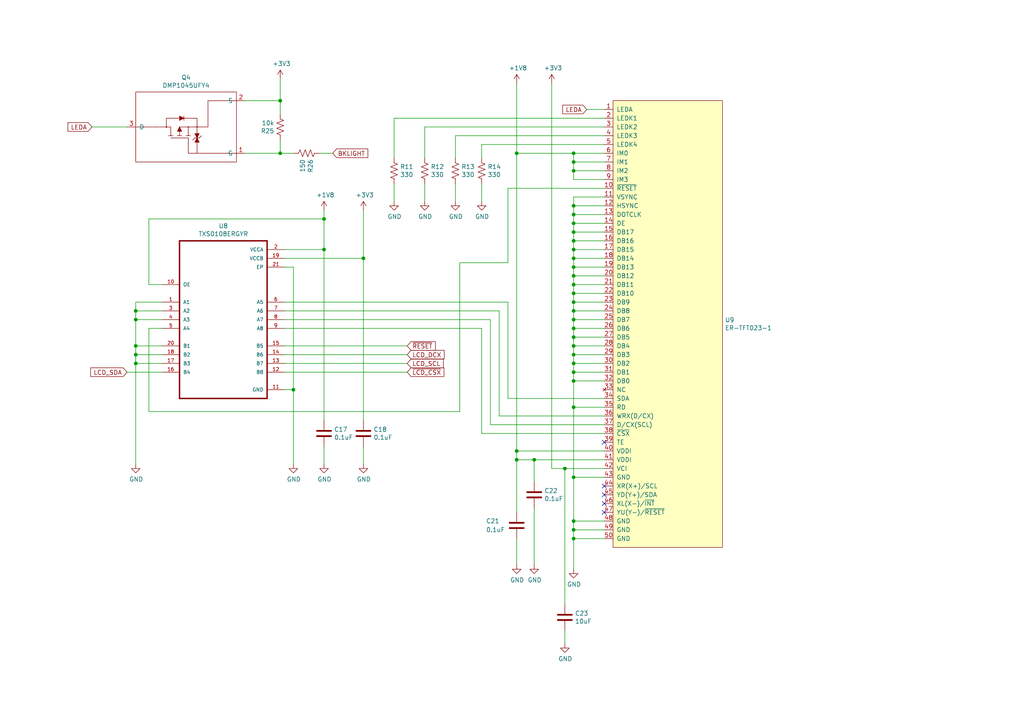
<source format=kicad_sch>
(kicad_sch (version 20231120) (generator "eeschema") (generator_version "8.0")
  (paper "A4")
  (lib_symbols
    (symbol "DMP1045UFY4:DMP1045UFY4" (pin_names (offset 1.016))
      (property "Reference" "Q" (at -12.7 11.43 0))
      (property "Value" "DMP1045UFY4" (at 10.16 -11.43 0))
      (symbol "DMP1045UFY4_0_1"
        (circle (center -3.81 0) (radius 0.127) (fill (type outline)))
        (polyline (pts (xy -6.985 0) (xy -12.7 0)))
        (polyline (pts (xy -6.985 0) (xy -6.985 0)))
        (polyline (pts (xy -3.175 -2.54) (xy -1.905 -2.54)))
        (polyline (pts (xy -0.635 -2.54) (xy 0.635 -2.54)))
        (polyline (pts (xy 1.27 3.175) (xy 1.27 1.905)))
        (polyline (pts (xy 1.905 -2.54) (xy 3.175 -2.54)))
        (polyline (pts (xy 2.54 -2.54) (xy 2.54 0)))
        (polyline (pts (xy 4.445 -3.175) (xy 3.81 -3.81)))
        (polyline (pts (xy 8.255 7.62) (xy 8.255 7.62)))
        (polyline (pts (xy 8.255 7.62) (xy 16.51 7.62)))
        (polyline (pts (xy -2.54 -2.54) (xy -2.54 0) (xy -6.985 0)))
        (polyline (pts (xy 4.445 -3.175) (xy 5.715 -3.175) (xy 6.35 -2.54)))
        (polyline (pts (xy 5.08 0) (xy 8.255 0) (xy 8.255 7.62)))
        (polyline (pts (xy -3.81 0) (xy -3.81 2.54) (xy 5.08 2.54) (xy 5.08 0)))
        (polyline (pts (xy -2.54 -3.175) (xy 2.54 -3.175) (xy 2.54 -7.62) (xy 16.51 -7.62)))
        (polyline (pts (xy 0 -2.54) (xy 0 0) (xy 5.08 0) (xy 5.08 -7.62)))
        (polyline (pts (xy 0 0) (xy -0.635 -1.27) (xy 0.635 -1.27) (xy 0 0)) (fill (type outline)))
        (polyline (pts (xy 0 3.175) (xy 0 1.905) (xy 1.27 2.54) (xy 0 3.175)) (fill (type outline)))
        (polyline (pts (xy 5.08 -3.175) (xy 4.445 -4.445) (xy 5.715 -4.445) (xy 5.08 -3.175)) (fill (type outline)))
        (polyline (pts (xy 5.08 -3.175) (xy 4.445 -1.905) (xy 5.715 -1.905) (xy 5.08 -3.175)) (fill (type outline)))
        (circle (center 2.54 0) (radius 0.1016) (fill (type outline)))
        (circle (center 5.08 0) (radius 0.127) (fill (type outline)))
        (rectangle (start 16.51 10.16) (end -12.7 -10.16))
      )
      (symbol "DMP1045UFY4_1_1"
        (pin bidirectional line (at 19.05 -7.62 180) (length 2.54) (name "G") (number "1"))
        (pin bidirectional line (at 19.05 7.62 180) (length 2.54) (name "S") (number "2"))
        (pin bidirectional line (at -15.24 0 0) (length 2.54) (name "D") (number "3"))
      )
    )
    (symbol "Device:C" (pin_numbers hide) (pin_names (offset 0.254))
      (property "Reference" "C" (at 0.635 2.54 0))
      (property "Value" "C" (at 0.635 -2.54 0))
      (symbol "C_0_1"
        (polyline (pts (xy -2.032 -0.762) (xy 2.032 -0.762)) (stroke (width 0.508)))
        (polyline (pts (xy -2.032 0.762) (xy 2.032 0.762)) (stroke (width 0.508)))
      )
      (symbol "C_1_1"
        (pin passive line (at 0 3.81 270) (length 2.794) (name "~") (number "1"))
        (pin passive line (at 0 -3.81 90) (length 2.794) (name "~") (number "2"))
      )
    )
    (symbol "Device:R_US" (pin_numbers hide) (pin_names (offset 0))
      (property "Reference" "R" (at 2.54 0 90))
      (property "Value" "R_US" (at -2.54 0 90))
      (symbol "R_US_0_1"
        (polyline (pts (xy 0 -2.286) (xy 0 -2.54)))
        (polyline (pts (xy 0 2.286) (xy 0 2.54)))
        (polyline (pts (xy 0 -0.762) (xy 1.016 -1.143) (xy 0 -1.524) (xy -1.016 -1.905) (xy 0 -2.286)))
        (polyline (pts (xy 0 0.762) (xy 1.016 0.381) (xy 0 0) (xy -1.016 -0.381) (xy 0 -0.762)))
        (polyline (pts (xy 0 2.286) (xy 1.016 1.905) (xy 0 1.524) (xy -1.016 1.143) (xy 0 0.762)))
      )
      (symbol "R_US_1_1"
        (pin passive line (at 0 3.81 270) (length 1.27) (name "~") (number "1"))
        (pin passive line (at 0 -3.81 90) (length 1.27) (name "~") (number "2"))
      )
    )
    (symbol "EastRising:ER-TFT023-1" (pin_names (offset 1.016))
      (property "Reference" "U" (at -13.97 63.5 0))
      (property "Value" "ER-TFT023-1" (at 10.16 63.5 0))
      (symbol "ER-TFT023-1_0_1"
        (rectangle (start -15.24 62.23) (end 16.51 -67.31) (fill (type background)))
      )
      (symbol "ER-TFT023-1_1_1"
        (pin power_in line (at -17.78 59.69 0) (length 2.54) (name "LEDA") (number "1"))
        (pin input line (at -17.78 36.83 0) (length 2.54) (name "~{RESET}") (number "10"))
        (pin input line (at -17.78 34.29 0) (length 2.54) (name "VSYNC") (number "11"))
        (pin input line (at -17.78 31.75 0) (length 2.54) (name "HSYNC") (number "12"))
        (pin input line (at -17.78 29.21 0) (length 2.54) (name "DOTCLK") (number "13"))
        (pin input line (at -17.78 26.67 0) (length 2.54) (name "DE") (number "14"))
        (pin bidirectional line (at -17.78 24.13 0) (length 2.54) (name "DB17") (number "15"))
        (pin bidirectional line (at -17.78 21.59 0) (length 2.54) (name "DB16") (number "16"))
        (pin bidirectional line (at -17.78 19.05 0) (length 2.54) (name "DB15") (number "17"))
        (pin bidirectional line (at -17.78 16.51 0) (length 2.54) (name "DB14") (number "18"))
        (pin bidirectional line (at -17.78 13.97 0) (length 2.54) (name "DB13") (number "19"))
        (pin power_in line (at -17.78 57.15 0) (length 2.54) (name "LEDK1") (number "2"))
        (pin bidirectional line (at -17.78 11.43 0) (length 2.54) (name "DB12") (number "20"))
        (pin bidirectional line (at -17.78 8.89 0) (length 2.54) (name "DB11") (number "21"))
        (pin bidirectional line (at -17.78 6.35 0) (length 2.54) (name "DB10") (number "22"))
        (pin bidirectional line (at -17.78 3.81 0) (length 2.54) (name "DB9") (number "23"))
        (pin bidirectional line (at -17.78 1.27 0) (length 2.54) (name "DB8") (number "24"))
        (pin bidirectional line (at -17.78 -1.27 0) (length 2.54) (name "DB7") (number "25"))
        (pin bidirectional line (at -17.78 -3.81 0) (length 2.54) (name "DB6") (number "26"))
        (pin bidirectional line (at -17.78 -6.35 0) (length 2.54) (name "DB5") (number "27"))
        (pin bidirectional line (at -17.78 -8.89 0) (length 2.54) (name "DB4") (number "28"))
        (pin bidirectional line (at -17.78 -11.43 0) (length 2.54) (name "DB3") (number "29"))
        (pin power_in line (at -17.78 54.61 0) (length 2.54) (name "LEDK2") (number "3"))
        (pin bidirectional line (at -17.78 -13.97 0) (length 2.54) (name "DB2") (number "30"))
        (pin bidirectional line (at -17.78 -16.51 0) (length 2.54) (name "DB1") (number "31"))
        (pin bidirectional line (at -17.78 -19.05 0) (length 2.54) (name "DB0") (number "32"))
        (pin no_connect line (at -17.78 -21.59 0) (length 2.54) (name "NC") (number "33"))
        (pin bidirectional line (at -17.78 -24.13 0) (length 2.54) (name "SDA") (number "34"))
        (pin input line (at -17.78 -26.67 0) (length 2.54) (name "RD") (number "35"))
        (pin input line (at -17.78 -29.21 0) (length 2.54) (name "WRX(D/CX)") (number "36"))
        (pin input line (at -17.78 -31.75 0) (length 2.54) (name "D/CX(SCL)") (number "37"))
        (pin input line (at -17.78 -34.29 0) (length 2.54) (name "~{CSX}") (number "38"))
        (pin input line (at -17.78 -36.83 0) (length 2.54) (name "TE") (number "39"))
        (pin power_in line (at -17.78 52.07 0) (length 2.54) (name "LEDK3") (number "4"))
        (pin power_in line (at -17.78 -39.37 0) (length 2.54) (name "VDDI") (number "40"))
        (pin power_in line (at -17.78 -41.91 0) (length 2.54) (name "VDDI") (number "41"))
        (pin power_in line (at -17.78 -44.45 0) (length 2.54) (name "VCI") (number "42"))
        (pin power_in line (at -17.78 -46.99 0) (length 2.54) (name "GND") (number "43"))
        (pin output line (at -17.78 -49.53 0) (length 2.54) (name "XR(X+)/SCL") (number "44"))
        (pin bidirectional line (at -17.78 -52.07 0) (length 2.54) (name "YD(Y+)/SDA") (number "45"))
        (pin bidirectional line (at -17.78 -54.61 0) (length 2.54) (name "XL(X-)/~{INT}") (number "46"))
        (pin bidirectional line (at -17.78 -57.15 0) (length 2.54) (name "YU(Y-)/~{RESET}") (number "47"))
        (pin power_in line (at -17.78 -59.69 0) (length 2.54) (name "GND") (number "48"))
        (pin power_in line (at -17.78 -62.23 0) (length 2.54) (name "GND") (number "49"))
        (pin power_in line (at -17.78 49.53 0) (length 2.54) (name "LEDK4") (number "5"))
        (pin power_in line (at -17.78 -64.77 0) (length 2.54) (name "GND") (number "50"))
        (pin input line (at -17.78 46.99 0) (length 2.54) (name "IM0") (number "6"))
        (pin input line (at -17.78 44.45 0) (length 2.54) (name "IM1") (number "7"))
        (pin input line (at -17.78 41.91 0) (length 2.54) (name "IM2") (number "8"))
        (pin input line (at -17.78 39.37 0) (length 2.54) (name "IM3") (number "9"))
      )
    )
    (symbol "TXS0108ERGYR:TXS0108ERGYR" (pin_names (offset 1.016))
      (property "Reference" "U" (at -12.7 23.8506 0))
      (property "Value" "TXS0108ERGYR" (at -12.7 -26.8478 0))
      (symbol "TXS0108ERGYR_0_0"
        (polyline (pts (xy -12.7 -22.86) (xy -12.7 22.86)) (stroke (width 0.4064)))
        (polyline (pts (xy -12.7 22.86) (xy 12.7 22.86)) (stroke (width 0.4064)))
        (polyline (pts (xy 12.7 -22.86) (xy -12.7 -22.86)) (stroke (width 0.4064)))
        (polyline (pts (xy 12.7 22.86) (xy 12.7 -22.86)) (stroke (width 0.4064)))
        (pin bidirectional line (at -17.78 5.08 0) (length 5.08) (name "A1") (number "1"))
        (pin input line (at -17.78 10.16 0) (length 5.08) (name "OE") (number "10"))
        (pin power_in line (at 17.78 -20.32 180) (length 5.08) (name "GND") (number "11"))
        (pin bidirectional line (at 17.78 -15.24 180) (length 5.08) (name "B8") (number "12"))
        (pin bidirectional line (at 17.78 -12.7 180) (length 5.08) (name "B7") (number "13"))
        (pin bidirectional line (at 17.78 -10.16 180) (length 5.08) (name "B6") (number "14"))
        (pin bidirectional line (at 17.78 -7.62 180) (length 5.08) (name "B5") (number "15"))
        (pin bidirectional line (at -17.78 -15.24 0) (length 5.08) (name "B4") (number "16"))
        (pin bidirectional line (at -17.78 -12.7 0) (length 5.08) (name "B3") (number "17"))
        (pin bidirectional line (at -17.78 -10.16 0) (length 5.08) (name "B2") (number "18"))
        (pin power_in line (at 17.78 17.78 180) (length 5.08) (name "VCCB") (number "19"))
        (pin power_in line (at 17.78 20.32 180) (length 5.08) (name "VCCA") (number "2"))
        (pin bidirectional line (at -17.78 -7.62 0) (length 5.08) (name "B1") (number "20"))
        (pin power_in line (at 17.78 15.24 180) (length 5.08) (name "EP") (number "21"))
        (pin bidirectional line (at -17.78 2.54 0) (length 5.08) (name "A2") (number "3"))
        (pin bidirectional line (at -17.78 0 0) (length 5.08) (name "A3") (number "4"))
        (pin bidirectional line (at -17.78 -2.54 0) (length 5.08) (name "A4") (number "5"))
        (pin bidirectional line (at 17.78 5.08 180) (length 5.08) (name "A5") (number "6"))
        (pin bidirectional line (at 17.78 2.54 180) (length 5.08) (name "A6") (number "7"))
        (pin bidirectional line (at 17.78 0 180) (length 5.08) (name "A7") (number "8"))
        (pin bidirectional line (at 17.78 -2.54 180) (length 5.08) (name "A8") (number "9"))
      )
    )
    (symbol "microgame2-rescue:+3.3V-power" (power) (pin_names (offset 0))
      (property "Value" "+3.3V-power" (at 0 3.556 0))
      (symbol "+3.3V-power_0_1"
        (polyline (pts (xy -0.762 1.27) (xy 0 2.54)))
        (polyline (pts (xy 0 0) (xy 0 2.54)))
        (polyline (pts (xy 0 2.54) (xy 0.762 1.27)))
      )
      (symbol "+3.3V-power_1_1"
        (pin power_in line (at 0 0 90) (length 0) hide (name "+3V3") (number "1"))
      )
    )
    (symbol "power:+1V8" (power) (pin_names (offset 0))
      (property "Value" "+1V8" (at 0 3.556 0))
      (symbol "+1V8_0_1"
        (polyline (pts (xy -0.762 1.27) (xy 0 2.54)))
        (polyline (pts (xy 0 0) (xy 0 2.54)))
        (polyline (pts (xy 0 2.54) (xy 0.762 1.27)))
      )
      (symbol "+1V8_1_1"
        (pin power_in line (at 0 0 90) (length 0) hide (name "+1V8") (number "1"))
      )
    )
    (symbol "power:GND" (power) (pin_names (offset 0))
      (property "Value" "GND" (at 0 -3.81 0))
      (symbol "GND_0_1"
        (polyline (pts (xy 0 0) (xy 0 -1.27) (xy 1.27 -1.27) (xy 0 -2.54) (xy -1.27 -1.27) (xy 0 -1.27)))
      )
      (symbol "GND_1_1"
        (pin power_in line (at 0 0 270) (length 0) hide (name "GND") (number "1"))
      )
    )
  )
  (junction (at 166.37 118.11))
  (junction (at 166.37 62.23))
  (junction (at 166.37 110.49))
  (junction (at 105.41 74.93))
  (junction (at 39.37 105.41))
  (junction (at 85.09 113.03))
  (junction (at 166.37 44.45))
  (junction (at 81.28 29.21))
  (junction (at 149.86 130.81))
  (junction (at 166.37 77.47))
  (junction (at 149.86 44.45))
  (junction (at 166.37 97.79))
  (junction (at 166.37 153.67))
  (junction (at 39.37 92.71))
  (junction (at 93.98 63.5))
  (junction (at 166.37 46.99))
  (junction (at 166.37 82.55))
  (junction (at 166.37 95.25))
  (junction (at 39.37 90.17))
  (junction (at 149.86 133.35))
  (junction (at 166.37 59.69))
  (junction (at 166.37 156.21))
  (junction (at 166.37 90.17))
  (junction (at 166.37 100.33))
  (junction (at 81.28 44.45))
  (junction (at 166.37 105.41))
  (junction (at 166.37 151.13))
  (junction (at 93.98 72.39))
  (junction (at 166.37 80.01))
  (junction (at 166.37 92.71))
  (junction (at 166.37 138.43))
  (junction (at 166.37 67.31))
  (junction (at 39.37 100.33))
  (junction (at 166.37 49.53))
  (junction (at 166.37 74.93))
  (junction (at 39.37 102.87))
  (junction (at 166.37 85.09))
  (junction (at 163.83 135.89))
  (junction (at 166.37 87.63))
  (junction (at 154.94 133.35))
  (junction (at 166.37 102.87))
  (junction (at 166.37 64.77))
  (junction (at 166.37 69.85))
  (junction (at 166.37 72.39))
  (junction (at 166.37 107.95))
  (no_connect (at 175.26 140.97))
  (no_connect (at 175.26 143.51))
  (no_connect (at 175.26 128.27))
  (no_connect (at 175.26 148.59))
  (no_connect (at 175.26 146.05))
  (wire (pts (xy 175.26 115.57) (xy 147.32 115.57)))
  (wire (pts (xy 175.26 90.17) (xy 166.37 90.17)))
  (wire (pts (xy 166.37 62.23) (xy 166.37 64.77)))
  (wire (pts (xy 166.37 52.07) (xy 166.37 49.53)))
  (wire (pts (xy 163.83 135.89) (xy 163.83 175.26)))
  (wire (pts (xy 175.26 102.87) (xy 166.37 102.87)))
  (wire (pts (xy 175.26 100.33) (xy 166.37 100.33)))
  (wire (pts (xy 175.26 87.63) (xy 166.37 87.63)))
  (wire (pts (xy 166.37 87.63) (xy 166.37 90.17)))
  (wire (pts (xy 147.32 87.63) (xy 82.55 87.63)))
  (wire (pts (xy 175.26 153.67) (xy 166.37 153.67)))
  (wire (pts (xy 166.37 69.85) (xy 166.37 72.39)))
  (wire (pts (xy 175.26 59.69) (xy 166.37 59.69)))
  (wire (pts (xy 166.37 64.77) (xy 166.37 67.31)))
  (wire (pts (xy 147.32 115.57) (xy 147.32 87.63)))
  (wire (pts (xy 166.37 82.55) (xy 166.37 85.09)))
  (wire (pts (xy 85.09 77.47) (xy 82.55 77.47)))
  (wire (pts (xy 175.26 77.47) (xy 166.37 77.47)))
  (wire (pts (xy 139.7 95.25) (xy 82.55 95.25)))
  (wire (pts (xy 93.98 129.54) (xy 93.98 134.62)))
  (wire (pts (xy 175.26 46.99) (xy 166.37 46.99)))
  (wire (pts (xy 175.26 44.45) (xy 166.37 44.45)))
  (wire (pts (xy 81.28 44.45) (xy 85.09 44.45)))
  (wire (pts (xy 43.18 119.38) (xy 43.18 95.25)))
  (wire (pts (xy 166.37 110.49) (xy 166.37 118.11)))
  (wire (pts (xy 132.08 39.37) (xy 175.26 39.37)))
  (wire (pts (xy 93.98 72.39) (xy 93.98 63.5)))
  (wire (pts (xy 149.86 133.35) (xy 149.86 148.59)))
  (wire (pts (xy 46.99 90.17) (xy 39.37 90.17)))
  (wire (pts (xy 166.37 156.21) (xy 166.37 165.1)))
  (wire (pts (xy 85.09 113.03) (xy 85.09 77.47)))
  (wire (pts (xy 36.83 36.83) (xy 26.67 36.83)))
  (wire (pts (xy 123.19 36.83) (xy 175.26 36.83)))
  (wire (pts (xy 166.37 90.17) (xy 166.37 92.71)))
  (wire (pts (xy 149.86 44.45) (xy 149.86 130.81)))
  (wire (pts (xy 166.37 44.45) (xy 149.86 44.45)))
  (wire (pts (xy 175.26 133.35) (xy 154.94 133.35)))
  (wire (pts (xy 93.98 72.39) (xy 93.98 121.92)))
  (wire (pts (xy 114.3 34.29) (xy 114.3 45.72)))
  (wire (pts (xy 139.7 125.73) (xy 139.7 95.25)))
  (wire (pts (xy 166.37 105.41) (xy 166.37 107.95)))
  (wire (pts (xy 175.26 138.43) (xy 166.37 138.43)))
  (wire (pts (xy 139.7 53.34) (xy 139.7 58.42)))
  (wire (pts (xy 71.12 29.21) (xy 81.28 29.21)))
  (wire (pts (xy 166.37 92.71) (xy 166.37 95.25)))
  (wire (pts (xy 142.24 123.19) (xy 175.26 123.19)))
  (wire (pts (xy 82.55 102.87) (xy 118.11 102.87)))
  (wire (pts (xy 46.99 87.63) (xy 39.37 87.63)))
  (wire (pts (xy 166.37 100.33) (xy 166.37 102.87)))
  (wire (pts (xy 166.37 138.43) (xy 166.37 151.13)))
  (wire (pts (xy 147.32 54.61) (xy 147.32 76.2)))
  (wire (pts (xy 166.37 107.95) (xy 166.37 110.49)))
  (wire (pts (xy 142.24 123.19) (xy 142.24 92.71)))
  (wire (pts (xy 46.99 107.95) (xy 36.83 107.95)))
  (wire (pts (xy 139.7 125.73) (xy 175.26 125.73)))
  (wire (pts (xy 92.71 44.45) (xy 96.52 44.45)))
  (wire (pts (xy 46.99 82.55) (xy 43.18 82.55)))
  (wire (pts (xy 166.37 46.99) (xy 166.37 44.45)))
  (wire (pts (xy 166.37 153.67) (xy 166.37 156.21)))
  (wire (pts (xy 175.26 82.55) (xy 166.37 82.55)))
  (wire (pts (xy 175.26 64.77) (xy 166.37 64.77)))
  (wire (pts (xy 175.26 92.71) (xy 166.37 92.71)))
  (wire (pts (xy 166.37 97.79) (xy 166.37 100.33)))
  (wire (pts (xy 142.24 92.71) (xy 82.55 92.71)))
  (wire (pts (xy 175.26 52.07) (xy 166.37 52.07)))
  (wire (pts (xy 39.37 92.71) (xy 39.37 100.33)))
  (wire (pts (xy 163.83 186.69) (xy 163.83 182.88)))
  (wire (pts (xy 39.37 102.87) (xy 39.37 105.41)))
  (wire (pts (xy 139.7 41.91) (xy 139.7 45.72)))
  (wire (pts (xy 166.37 72.39) (xy 166.37 74.93)))
  (wire (pts (xy 71.12 44.45) (xy 81.28 44.45)))
  (wire (pts (xy 154.94 147.32) (xy 154.94 163.83)))
  (wire (pts (xy 149.86 24.13) (xy 149.86 44.45)))
  (wire (pts (xy 82.55 72.39) (xy 93.98 72.39)))
  (wire (pts (xy 93.98 63.5) (xy 93.98 60.96)))
  (wire (pts (xy 166.37 118.11) (xy 166.37 138.43)))
  (wire (pts (xy 175.26 31.75) (xy 170.18 31.75)))
  (wire (pts (xy 175.26 135.89) (xy 163.83 135.89)))
  (wire (pts (xy 175.26 72.39) (xy 166.37 72.39)))
  (wire (pts (xy 160.02 24.13) (xy 160.02 135.89)))
  (wire (pts (xy 166.37 80.01) (xy 166.37 82.55)))
  (wire (pts (xy 132.08 53.34) (xy 132.08 58.42)))
  (wire (pts (xy 175.26 95.25) (xy 166.37 95.25)))
  (wire (pts (xy 82.55 107.95) (xy 118.11 107.95)))
  (wire (pts (xy 105.41 74.93) (xy 105.41 121.92)))
  (wire (pts (xy 149.86 156.21) (xy 149.86 163.83)))
  (wire (pts (xy 114.3 34.29) (xy 175.26 34.29)))
  (wire (pts (xy 175.26 130.81) (xy 149.86 130.81)))
  (wire (pts (xy 175.26 69.85) (xy 166.37 69.85)))
  (wire (pts (xy 46.99 92.71) (xy 39.37 92.71)))
  (wire (pts (xy 144.78 120.65) (xy 144.78 90.17)))
  (wire (pts (xy 43.18 63.5) (xy 93.98 63.5)))
  (wire (pts (xy 175.26 151.13) (xy 166.37 151.13)))
  (wire (pts (xy 166.37 57.15) (xy 166.37 59.69)))
  (wire (pts (xy 149.86 133.35) (xy 149.86 130.81)))
  (wire (pts (xy 175.26 110.49) (xy 166.37 110.49)))
  (wire (pts (xy 144.78 90.17) (xy 82.55 90.17)))
  (wire (pts (xy 82.55 100.33) (xy 118.11 100.33)))
  (wire (pts (xy 133.35 119.38) (xy 43.18 119.38)))
  (wire (pts (xy 39.37 100.33) (xy 39.37 102.87)))
  (wire (pts (xy 82.55 113.03) (xy 85.09 113.03)))
  (wire (pts (xy 46.99 102.87) (xy 39.37 102.87)))
  (wire (pts (xy 166.37 49.53) (xy 166.37 46.99)))
  (wire (pts (xy 154.94 139.7) (xy 154.94 133.35)))
  (wire (pts (xy 166.37 67.31) (xy 166.37 69.85)))
  (wire (pts (xy 166.37 85.09) (xy 166.37 87.63)))
  (wire (pts (xy 175.26 118.11) (xy 166.37 118.11)))
  (wire (pts (xy 114.3 58.42) (xy 114.3 53.34)))
  (wire (pts (xy 175.26 67.31) (xy 166.37 67.31)))
  (wire (pts (xy 154.94 133.35) (xy 149.86 133.35)))
  (wire (pts (xy 81.28 40.64) (xy 81.28 44.45)))
  (wire (pts (xy 166.37 59.69) (xy 166.37 62.23)))
  (wire (pts (xy 132.08 39.37) (xy 132.08 45.72)))
  (wire (pts (xy 175.26 62.23) (xy 166.37 62.23)))
  (wire (pts (xy 175.26 80.01) (xy 166.37 80.01)))
  (wire (pts (xy 82.55 105.41) (xy 118.11 105.41)))
  (wire (pts (xy 166.37 151.13) (xy 166.37 153.67)))
  (wire (pts (xy 123.19 36.83) (xy 123.19 45.72)))
  (wire (pts (xy 43.18 95.25) (xy 46.99 95.25)))
  (wire (pts (xy 39.37 105.41) (xy 39.37 134.62)))
  (wire (pts (xy 85.09 113.03) (xy 85.09 134.62)))
  (wire (pts (xy 43.18 82.55) (xy 43.18 63.5)))
  (wire (pts (xy 175.26 107.95) (xy 166.37 107.95)))
  (wire (pts (xy 175.26 74.93) (xy 166.37 74.93)))
  (wire (pts (xy 175.26 105.41) (xy 166.37 105.41)))
  (wire (pts (xy 175.26 85.09) (xy 166.37 85.09)))
  (wire (pts (xy 166.37 77.47) (xy 166.37 80.01)))
  (wire (pts (xy 81.28 29.21) (xy 81.28 22.86)))
  (wire (pts (xy 105.41 74.93) (xy 105.41 60.96)))
  (wire (pts (xy 139.7 41.91) (xy 175.26 41.91)))
  (wire (pts (xy 175.26 97.79) (xy 166.37 97.79)))
  (wire (pts (xy 123.19 58.42) (xy 123.19 53.34)))
  (wire (pts (xy 105.41 129.54) (xy 105.41 134.62)))
  (wire (pts (xy 175.26 49.53) (xy 166.37 49.53)))
  (wire (pts (xy 166.37 102.87) (xy 166.37 105.41)))
  (wire (pts (xy 147.32 76.2) (xy 133.35 76.2)))
  (wire (pts (xy 81.28 33.02) (xy 81.28 29.21)))
  (wire (pts (xy 175.26 54.61) (xy 147.32 54.61)))
  (wire (pts (xy 133.35 76.2) (xy 133.35 119.38)))
  (wire (pts (xy 144.78 120.65) (xy 175.26 120.65)))
  (wire (pts (xy 82.55 74.93) (xy 105.41 74.93)))
  (wire (pts (xy 166.37 74.93) (xy 166.37 77.47)))
  (wire (pts (xy 39.37 90.17) (xy 39.37 92.71)))
  (wire (pts (xy 163.83 135.89) (xy 160.02 135.89)))
  (wire (pts (xy 39.37 87.63) (xy 39.37 90.17)))
  (wire (pts (xy 175.26 57.15) (xy 166.37 57.15)))
  (wire (pts (xy 175.26 156.21) (xy 166.37 156.21)))
  (wire (pts (xy 166.37 95.25) (xy 166.37 97.79)))
  (wire (pts (xy 46.99 105.41) (xy 39.37 105.41)))
  (wire (pts (xy 46.99 100.33) (xy 39.37 100.33)))
  (global_label "~{RESET}" (shape input) (at 118.11 100.33 0) (property "Intersheetrefs" "${INTERSHEET_REFS}" (effects (hide yes))))
  (global_label "LEDA" (shape input) (at 26.67 36.83 180) (property "Intersheetrefs" "${INTERSHEET_REFS}" (effects (hide yes))))
  (global_label "LEDA" (shape input) (at 170.18 31.75 180) (property "Intersheetrefs" "${INTERSHEET_REFS}" (effects (hide yes))))
  (global_label "LCD_SDA" (shape input) (at 36.83 107.95 180) (property "Intersheetrefs" "${INTERSHEET_REFS}" (effects (hide yes))))
  (global_label "~{LCD_CSX}" (shape input) (at 118.11 107.95 0) (property "Intersheetrefs" "${INTERSHEET_REFS}" (effects (hide yes))))
  (global_label "LCD_DCX" (shape input) (at 118.11 102.87 0) (property "Intersheetrefs" "${INTERSHEET_REFS}" (effects (hide yes))))
  (global_label "LCD_SCL" (shape input) (at 118.11 105.41 0) (property "Intersheetrefs" "${INTERSHEET_REFS}" (effects (hide yes))))
  (global_label "BKLIGHT" (shape input) (at 96.52 44.45 0) (property "Intersheetrefs" "${INTERSHEET_REFS}" (effects (hide yes))))
  (symbol (lib_id "EastRising:ER-TFT023-1") (at 193.04 91.44 0) (unit 1)
    (property "Reference" "U9" (at 210.2612 92.8116 0) (effects (justify left)))
    (property "Value" "ER-TFT023-1" (at 210.2612 95.123 0) (effects (justify left)))
    (property "Footprint" "EastRising:ER-CON50HT-1-INV" (effects (hide yes)))
    (property "Datasheet" "https://www.buydisplay.com/download/manual/ER-TFT023-1_Datasheet.pdf" (effects (hide yes)))
  )
  (symbol (lib_id "TXS0108ERGYR:TXS0108ERGYR") (at 64.77 92.71 0) (unit 1)
    (property "Reference" "U8" (at 64.77 65.532 0))
    (property "Value" "TXS0108ERGYR" (at 64.77 67.8434 0))
    (property "Footprint" "Digi-Key:QFN50P450X350X100-21N" (effects (hide yes)))
  )
  (symbol (lib_id "power:GND") (at 93.98 134.62 0) (unit 1)
    (property "Reference" "#PWR044" (effects (hide yes)))
    (property "Value" "GND" (at 94.107 139.0142 0))
  )
  (symbol (lib_id "power:GND") (at 166.37 165.1 0) (unit 1)
    (property "Reference" "#PWR053" (effects (hide yes)))
    (property "Value" "GND" (at 166.497 169.4942 0))
  )
  (symbol (lib_id "microgame2-rescue:+3.3V-power") (at 105.41 60.96 0) (unit 1)
    (property "Reference" "#PWR045" (effects (hide yes)))
    (property "Value" "+3V3" (at 105.791 56.5658 0))
  )
  (symbol (lib_id "power:+1V8") (at 93.98 60.96 0) (unit 1)
    (property "Reference" "#PWR043" (effects (hide yes)))
    (property "Value" "+1V8" (at 94.361 56.5658 0))
  )
  (symbol (lib_id "Device:C") (at 93.98 125.73 0) (unit 1)
    (property "Reference" "C17" (at 96.901 124.5616 0) (effects (justify left)))
    (property "Value" "0.1uF" (at 96.901 126.873 0) (effects (justify left)))
    (property "Footprint" "Resistor_SMD:R_0402_1005Metric" (effects (hide yes)))
  )
  (symbol (lib_id "Device:C") (at 105.41 125.73 0) (unit 1)
    (property "Reference" "C18" (at 108.331 124.5616 0) (effects (justify left)))
    (property "Value" "0.1uF" (at 108.331 126.873 0) (effects (justify left)))
    (property "Footprint" "Resistor_SMD:R_0402_1005Metric" (effects (hide yes)))
  )
  (symbol (lib_id "power:GND") (at 105.41 134.62 0) (unit 1)
    (property "Reference" "#PWR046" (effects (hide yes)))
    (property "Value" "GND" (at 105.537 139.0142 0))
  )
  (symbol (lib_id "power:GND") (at 85.09 134.62 0) (unit 1)
    (property "Reference" "#PWR042" (effects (hide yes)))
    (property "Value" "GND" (at 85.217 139.0142 0))
  )
  (symbol (lib_id "microgame2-rescue:+3.3V-power") (at 160.02 24.13 0) (unit 1)
    (property "Reference" "#PWR052" (effects (hide yes)))
    (property "Value" "+3V3" (at 160.401 19.7358 0))
  )
  (symbol (lib_id "power:+1V8") (at 149.86 24.13 0) (unit 1)
    (property "Reference" "#PWR051" (effects (hide yes)))
    (property "Value" "+1V8" (at 150.241 19.7358 0))
  )
  (symbol (lib_id "power:GND") (at 39.37 134.62 0) (unit 1)
    (property "Reference" "#PWR041" (effects (hide yes)))
    (property "Value" "GND" (at 39.497 139.0142 0))
  )
  (symbol (lib_id "Device:R_US") (at 139.7 49.53 0) (unit 1)
    (property "Reference" "R14" (at 141.4272 48.3616 0) (effects (justify left)))
    (property "Value" "330" (at 141.4272 50.673 0) (effects (justify left)))
    (property "Footprint" "Resistor_SMD:R_0402_1005Metric" (effects (hide yes)))
  )
  (symbol (lib_id "Device:R_US") (at 132.08 49.53 0) (unit 1)
    (property "Reference" "R13" (at 133.8072 48.3616 0) (effects (justify left)))
    (property "Value" "330" (at 133.8072 50.673 0) (effects (justify left)))
    (property "Footprint" "Resistor_SMD:R_0402_1005Metric" (effects (hide yes)))
  )
  (symbol (lib_id "Device:R_US") (at 123.19 49.53 0) (unit 1)
    (property "Reference" "R12" (at 124.9172 48.3616 0) (effects (justify left)))
    (property "Value" "330" (at 124.9172 50.673 0) (effects (justify left)))
    (property "Footprint" "Resistor_SMD:R_0402_1005Metric" (effects (hide yes)))
  )
  (symbol (lib_id "Device:R_US") (at 114.3 49.53 0) (unit 1)
    (property "Reference" "R11" (at 116.0272 48.3616 0) (effects (justify left)))
    (property "Value" "330" (at 116.0272 50.673 0) (effects (justify left)))
    (property "Footprint" "Resistor_SMD:R_0402_1005Metric" (effects (hide yes)))
  )
  (symbol (lib_id "power:GND") (at 114.3 58.42 0) (unit 1)
    (property "Reference" "#PWR047" (effects (hide yes)))
    (property "Value" "GND" (at 114.427 62.8142 0))
  )
  (symbol (lib_id "power:GND") (at 123.19 58.42 0) (unit 1)
    (property "Reference" "#PWR048" (effects (hide yes)))
    (property "Value" "GND" (at 123.317 62.8142 0))
  )
  (symbol (lib_id "power:GND") (at 132.08 58.42 0) (unit 1)
    (property "Reference" "#PWR049" (effects (hide yes)))
    (property "Value" "GND" (at 132.207 62.8142 0))
  )
  (symbol (lib_id "power:GND") (at 139.7 58.42 0) (unit 1)
    (property "Reference" "#PWR050" (effects (hide yes)))
    (property "Value" "GND" (at 139.827 62.8142 0))
  )
  (symbol (lib_id "Device:C") (at 154.94 143.51 0) (unit 1)
    (property "Reference" "C22" (at 157.861 142.3416 0) (effects (justify left)))
    (property "Value" "0.1uF" (at 157.861 144.653 0) (effects (justify left)))
    (property "Footprint" "Resistor_SMD:R_0402_1005Metric" (effects (hide yes)))
  )
  (symbol (lib_id "Device:C") (at 149.86 152.4 0) (unit 1)
    (property "Reference" "C21" (at 140.97 151.13 0) (effects (justify left)))
    (property "Value" "0.1uF" (at 140.97 153.67 0) (effects (justify left)))
    (property "Footprint" "Resistor_SMD:R_0402_1005Metric" (effects (hide yes)))
  )
  (symbol (lib_id "power:GND") (at 154.94 163.83 0) (unit 1)
    (property "Reference" "#PWR0107" (effects (hide yes)))
    (property "Value" "GND" (at 155.067 168.2242 0))
  )
  (symbol (lib_id "power:GND") (at 149.86 163.83 0) (unit 1)
    (property "Reference" "#PWR0108" (effects (hide yes)))
    (property "Value" "GND" (at 149.987 168.2242 0))
  )
  (symbol (lib_id "Device:C") (at 163.83 179.07 0) (unit 1)
    (property "Reference" "C23" (at 166.751 177.9016 0) (effects (justify left)))
    (property "Value" "10uF" (at 166.751 180.213 0) (effects (justify left)))
    (property "Footprint" "Capacitor_SMD:C_0603_1608Metric" (effects (hide yes)))
  )
  (symbol (lib_id "power:GND") (at 163.83 186.69 0) (unit 1)
    (property "Reference" "#PWR0109" (effects (hide yes)))
    (property "Value" "GND" (at 163.957 191.0842 0))
  )
  (symbol (lib_id "DMP1045UFY4:DMP1045UFY4") (at 52.07 36.83 0) (unit 1)
    (property "Reference" "Q4" (at 53.975 22.479 0))
    (property "Value" "DMP1045UFY4" (at 53.975 24.7904 0))
    (property "Footprint" "Digi-Key:X2-DFN2015-3" (effects (hide yes)))
  )
  (symbol (lib_id "Device:R_US") (at 88.9 44.45 270) (unit 1)
    (property "Reference" "R26" (at 90.0684 46.1772 0) (effects (justify left)))
    (property "Value" "150" (at 87.757 46.1772 0) (effects (justify left)))
    (property "Footprint" "Resistor_SMD:R_0402_1005Metric" (effects (hide yes)))
  )
  (symbol (lib_id "microgame2-rescue:+3.3V-power") (at 81.28 22.86 0) (unit 1)
    (property "Reference" "#PWR056" (effects (hide yes)))
    (property "Value" "+3V3" (at 81.661 18.4658 0))
  )
  (symbol (lib_id "Device:R_US") (at 81.28 36.83 180) (unit 1)
    (property "Reference" "R25" (at 79.5528 37.9984 0) (effects (justify left)))
    (property "Value" "10k" (at 79.5528 35.687 0) (effects (justify left)))
    (property "Footprint" "Resistor_SMD:R_0402_1005Metric" (effects (hide yes)))
  )
)
</source>
